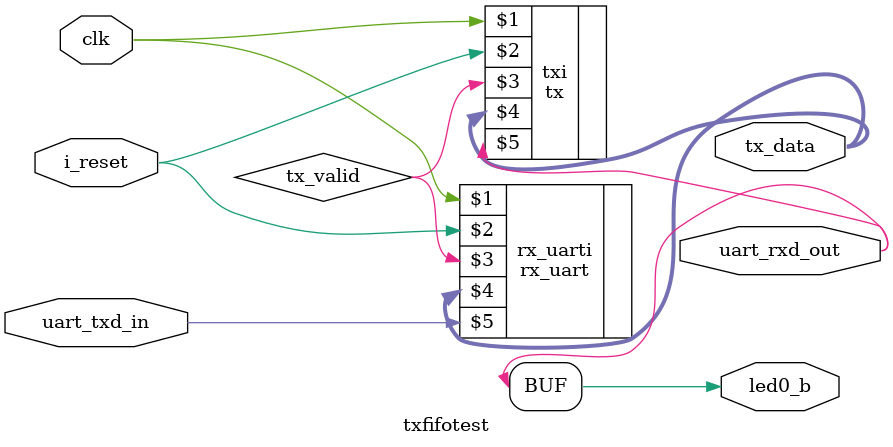
<source format=v>
`timescale 1ns / 1ps

module txfifotest #(
    parameter                     BW = 9,
    parameter                     TIMER_BITS = 32,
    parameter [(TIMER_BITS-1):0]  CLOCKS_PER_BAUD = 868
  ) (
    input wire            clk,
    input wire            i_reset,

    output wire            led0_b,
    output wire [(BW-2):0] tx_data,

    input wire            uart_txd_in,
    output wire           uart_rxd_out
  );

  wire tx_valid;

  assign led0_b = uart_rxd_out;

  tx #(BW, TIMER_BITS, CLOCKS_PER_BAUD) txi (
    clk,
    i_reset,
    tx_valid,
    tx_data,
    uart_rxd_out
  );

  rx_uart #(BW, TIMER_BITS, CLOCKS_PER_BAUD) rx_uarti (
    clk,
    i_reset,
    tx_valid,
    tx_data,
    uart_txd_in
  );
endmodule

</source>
